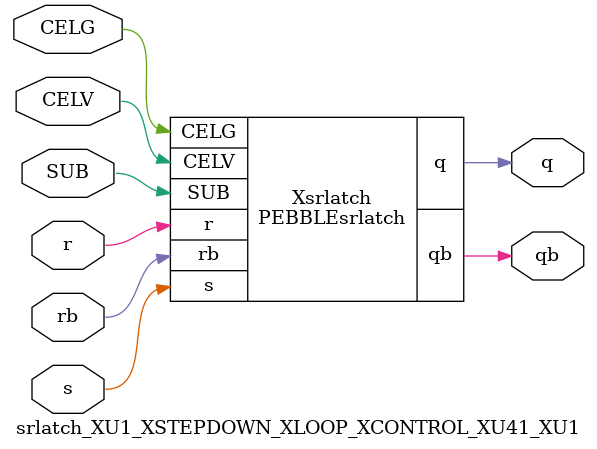
<source format=v>



module PEBBLEsrlatch ( q, qb, CELG, CELV, SUB, r, rb, s );

  input CELV;
  input s;
  output q;
  input rb;
  input r;
  input SUB;
  input CELG;
  output qb;
endmodule

//Celera Confidential Do Not Copy srlatch_XU1_XSTEPDOWN_XLOOP_XCONTROL_XU41_XU1
//Celera Confidential Symbol Generator
//SR Latch
module srlatch_XU1_XSTEPDOWN_XLOOP_XCONTROL_XU41_XU1 (CELV,CELG,s,r,rb,q,qb,SUB);
input CELV;
input CELG;
input s;
input r;
input rb;
input SUB;
output q;
output qb;

//Celera Confidential Do Not Copy srlatch
PEBBLEsrlatch Xsrlatch(
.CELV (CELV),
.r (r),
.s (s),
.q (q),
.qb (qb),
.rb (rb),
.SUB (SUB),
.CELG (CELG)
);
//,diesize,PEBBLEsrlatch

//Celera Confidential Do Not Copy Module End
//Celera Schematic Generator
endmodule

</source>
